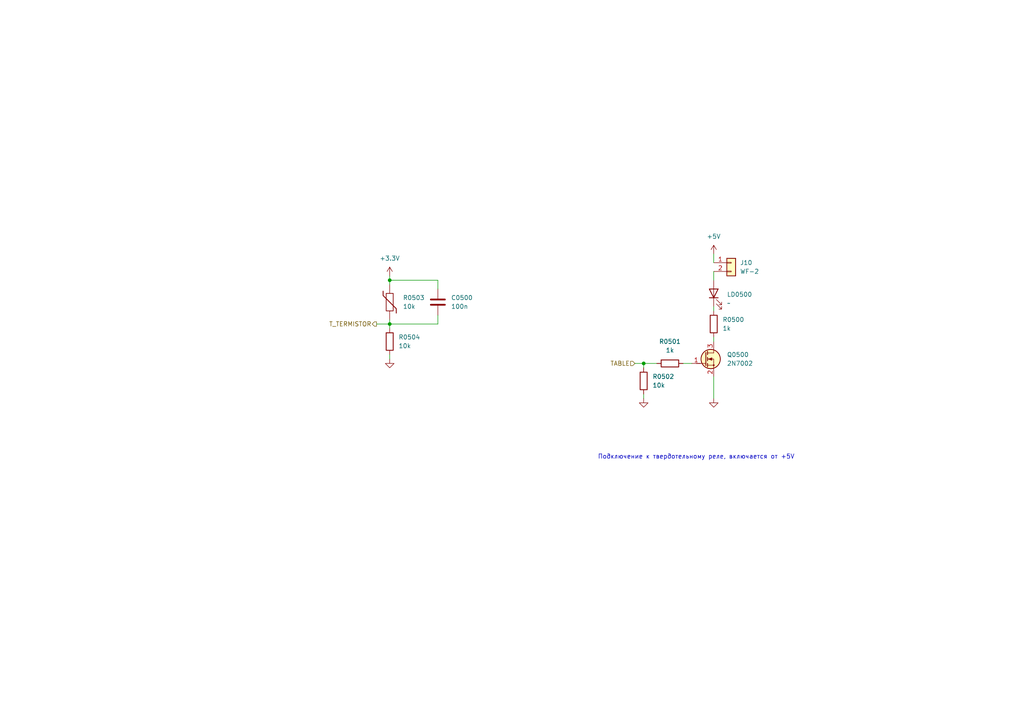
<source format=kicad_sch>
(kicad_sch (version 20250114) (generator "eeschema") (generator_version "9.0")
  (paper "A4")
  (title_block (date "2025-02-25") (company "Филимонов и К") (comment 1 "Термо стол") (comment 2 "Филимонов С.В.") (comment 3 "Семеренко Д.А.") (comment 4 "Тищенко Л.А."))
  (lib_symbols
    (symbol "Connector_Generic:Conn_01x02" (pin_names (offset 1.016) (hide yes))
      (property "Reference" "J" (at 0 2.54 0))
      (property "Value" "Conn_01x02" (at 0 -5.08 0))
      (symbol "Conn_01x02_1_1"
        (rectangle (start -1.27 1.27) (end 1.27 -3.81) (stroke (width 0.254)) (fill (type background)))
        (rectangle (start -1.27 0.127) (end 0 -0.127) (stroke (width 0.1524)))
        (rectangle (start -1.27 -2.413) (end 0 -2.667) (stroke (width 0.1524)))
        (pin passive line (at -5.08 0 0) (length 3.81) (name "Pin_1") (number "1"))
        (pin passive line (at -5.08 -2.54 0) (length 3.81) (name "Pin_2") (number "2"))
      )
    )
    (symbol "Device:C" (pin_numbers (hide yes)) (pin_names (offset 0.254))
      (property "Reference" "C" (at 0.635 2.54 0))
      (property "Value" "C" (at 0.635 -2.54 0))
      (symbol "C_0_1"
        (polyline (pts (xy -2.032 0.762) (xy 2.032 0.762)) (stroke (width 0.508)))
        (polyline (pts (xy -2.032 -0.762) (xy 2.032 -0.762)) (stroke (width 0.508)))
      )
      (symbol "C_1_1"
        (pin passive line (at 0 3.81 270) (length 2.794) (name "~") (number "1"))
        (pin passive line (at 0 -3.81 90) (length 2.794) (name "~") (number "2"))
      )
    )
    (symbol "Device:LED" (pin_numbers (hide yes)) (pin_names (offset 1.016) (hide yes))
      (property "Reference" "D" (at 0 2.54 0))
      (property "Value" "LED" (at 0 -2.54 0))
      (symbol "LED_0_1"
        (polyline (pts (xy -3.048 -0.762) (xy -4.572 -2.286) (xy -3.81 -2.286) (xy -4.572 -2.286) (xy -4.572 -1.524)))
        (polyline (pts (xy -1.778 -0.762) (xy -3.302 -2.286) (xy -2.54 -2.286) (xy -3.302 -2.286) (xy -3.302 -1.524)))
        (polyline (pts (xy -1.27 0) (xy 1.27 0)))
        (polyline (pts (xy -1.27 -1.27) (xy -1.27 1.27)) (stroke (width 0.254)))
        (polyline (pts (xy 1.27 -1.27) (xy 1.27 1.27) (xy -1.27 0) (xy 1.27 -1.27)) (stroke (width 0.254)))
      )
      (symbol "LED_1_1"
        (pin passive line (at -3.81 0 0) (length 2.54) (name "K") (number "1"))
        (pin passive line (at 3.81 0 180) (length 2.54) (name "A") (number "2"))
      )
    )
    (symbol "Device:R" (pin_numbers (hide yes)) (pin_names (offset 0))
      (property "Reference" "R" (at 2.032 0 90))
      (property "Value" "R" (at 0 0 90))
      (symbol "R_0_1"
        (rectangle (start -1.016 -2.54) (end 1.016 2.54) (stroke (width 0.254)))
      )
      (symbol "R_1_1"
        (pin passive line (at 0 3.81 270) (length 1.27) (name "~") (number "1"))
        (pin passive line (at 0 -3.81 90) (length 1.27) (name "~") (number "2"))
      )
    )
    (symbol "Device:Thermistor" (pin_numbers (hide yes)) (pin_names (offset 0))
      (property "Reference" "TH" (at 2.54 1.27 90))
      (property "Value" "Thermistor" (at -2.54 0 90))
      (symbol "Thermistor_0_1"
        (polyline (pts (xy -1.905 3.175) (xy -1.905 1.905) (xy 1.905 -1.905) (xy 1.905 -3.175) (xy 1.905 -3.175)) (stroke (width 0.254)))
        (rectangle (start -1.016 2.54) (end 1.016 -2.54) (stroke (width 0.2032)))
      )
      (symbol "Thermistor_1_1"
        (pin passive line (at 0 5.08 270) (length 2.54) (name "~") (number "1"))
        (pin passive line (at 0 -5.08 90) (length 2.54) (name "~") (number "2"))
      )
    )
    (symbol "PCM_Transistor_MOSFET_AKL:2N7002" (pin_names (hide yes))
      (property "Reference" "Q" (at 5.08 1.27 0))
      (property "Value" "2N7002" (at 5.08 -1.27 0))
      (symbol "2N7002_0_1"
        (polyline (pts (xy 0.254 1.905) (xy 0.254 -1.905)) (stroke (width 0.254)))
        (polyline (pts (xy 0.254 -1.27) (xy -2.54 -1.27)))
        (polyline (pts (xy 0.762 2.286) (xy 0.762 1.27)) (stroke (width 0.254)))
        (polyline (pts (xy 0.762 0.508) (xy 0.762 -0.508)) (stroke (width 0.254)))
        (polyline (pts (xy 0.762 -1.27) (xy 0.762 -2.286)) (stroke (width 0.254)))
        (polyline (pts (xy 0.762 -1.778) (xy 2.54 -1.778)))
        (polyline (pts (xy 1.016 0) (xy 2.032 0.381) (xy 2.032 -0.381) (xy 1.016 0)) (fill (type outline)))
        (circle (center 1.651 0) (radius 2.794) (stroke (width 0.254)) (fill (type background)))
        (polyline (pts (xy 2.54 2.54) (xy 2.54 1.778)))
        (polyline (pts (xy 2.54 1.778) (xy 0.762 1.778)))
        (circle (center 2.54 -1.778) (radius 0.1778) (fill (type outline)))
        (polyline (pts (xy 2.54 -2.54) (xy 2.54 0) (xy 0.762 0)))
      )
      (symbol "2N7002_1_1"
        (pin input line (at -3.81 -1.27 0) (length 2.54) (name "G") (number "1"))
        (pin passive line (at 2.54 5.08 270) (length 2.54) (name "D") (number "3"))
        (pin passive line (at 2.54 -5.08 90) (length 2.54) (name "S") (number "2"))
      )
    )
    (symbol "power:+3.3V" (power) (pin_numbers (hide yes)) (pin_names (offset 0) (hide yes))
      (property "Value" "+3.3V" (at 0 3.556 0))
      (symbol "+3.3V_0_1"
        (polyline (pts (xy -0.762 1.27) (xy 0 2.54)))
        (polyline (pts (xy 0 2.54) (xy 0.762 1.27)))
        (polyline (pts (xy 0 0) (xy 0 2.54)))
      )
      (symbol "+3.3V_1_1"
        (pin power_in line (at 0 0 90) (length 0) (name "~") (number "1"))
      )
    )
    (symbol "power:+5V" (power) (pin_numbers (hide yes)) (pin_names (offset 0) (hide yes))
      (property "Value" "+5V" (at 0 3.556 0))
      (symbol "+5V_0_1"
        (polyline (pts (xy -0.762 1.27) (xy 0 2.54)))
        (polyline (pts (xy 0 2.54) (xy 0.762 1.27)))
        (polyline (pts (xy 0 0) (xy 0 2.54)))
      )
      (symbol "+5V_1_1"
        (pin power_in line (at 0 0 90) (length 0) (name "~") (number "1"))
      )
    )
    (symbol "power:GND" (power) (pin_numbers (hide yes)) (pin_names (offset 0) (hide yes))
      (property "Value" "GND" (at 0 -3.81 0))
      (symbol "GND_0_1"
        (polyline (pts (xy 0 0) (xy 0 -1.27) (xy 1.27 -1.27) (xy 0 -2.54) (xy -1.27 -1.27) (xy 0 -1.27)))
      )
      (symbol "GND_1_1"
        (pin power_in line (at 0 0 270) (length 0) (name "~") (number "1"))
      )
    )
  )
  (text "Подключение к твердотельному реле, включается от +5V" (at 201.93 132.588 0) (effects (font (size 1.27 1.27))))
  (junction (at 186.69 105.41))
  (junction (at 113.03 81.28))
  (junction (at 113.03 93.98))
  (wire (pts (xy 113.03 81.28) (xy 127 81.28)))
  (wire (pts (xy 113.03 81.28) (xy 113.03 82.55)))
  (wire (pts (xy 207.01 88.9) (xy 207.01 90.17)))
  (wire (pts (xy 109.22 93.98) (xy 113.03 93.98)))
  (wire (pts (xy 113.03 93.98) (xy 113.03 95.25)))
  (wire (pts (xy 198.12 105.41) (xy 200.66 105.41)))
  (wire (pts (xy 186.69 105.41) (xy 186.69 106.68)))
  (wire (pts (xy 186.69 114.3) (xy 186.69 115.57)))
  (wire (pts (xy 127 83.82) (xy 127 81.28)))
  (wire (pts (xy 127 91.44) (xy 127 93.98)))
  (wire (pts (xy 207.01 97.79) (xy 207.01 99.06)))
  (wire (pts (xy 207.01 109.22) (xy 207.01 115.57)))
  (wire (pts (xy 113.03 102.87) (xy 113.03 104.14)))
  (wire (pts (xy 207.01 73.66) (xy 207.01 76.2)))
  (wire (pts (xy 184.15 105.41) (xy 186.69 105.41)))
  (wire (pts (xy 127 93.98) (xy 113.03 93.98)))
  (wire (pts (xy 190.5 105.41) (xy 186.69 105.41)))
  (wire (pts (xy 113.03 80.01) (xy 113.03 81.28)))
  (wire (pts (xy 207.01 78.74) (xy 207.01 81.28)))
  (wire (pts (xy 113.03 92.71) (xy 113.03 93.98)))
  (hierarchical_label "T_TERMISTOR" (shape output) (at 109.22 93.98 180))
  (hierarchical_label "TABLE" (shape input) (at 184.15 105.41 180))
  (symbol (lib_id "Device:R") (at 186.69 110.49 180) (unit 1)
    (property "Reference" "R0502" (at 189.23 109.2199 0) (effects (justify right)))
    (property "Value" "10k" (at 189.23 111.7599 0) (effects (justify right)))
    (property "Footprint" "Resistor_SMD:R_0805_2012Metric" (effects (hide yes)))
    (property "Description" "Resistor" (effects (hide yes)))
  )
  (symbol (lib_id "power:+3.3V") (at 113.03 80.01 0) (unit 1)
    (property "Reference" "#PWR0110" (effects (hide yes)))
    (property "Value" "+3.3V" (at 113.03 74.93 0))
    (property "Description" "Power symbol creates a global label with name \"+3.3V\"" (effects (hide yes)))
  )
  (symbol (lib_id "PCM_Transistor_MOSFET_AKL:2N7002") (at 204.47 104.14 0) (unit 1)
    (property "Reference" "Q0500" (at 210.82 102.8699 0) (effects (justify left)))
    (property "Value" "2N7002" (at 210.82 105.4099 0) (effects (justify left)))
    (property "Footprint" "PCM_4ms_Package_SOT:SOT-23" (effects (hide yes)))
    (property "Datasheet" "https://www.tme.eu/Document/7df5cae36abdfcedddb681f5be886f05/2N7000.pdf" (effects (hide yes)))
    (property "Description" "SOT-23 N-MOSFET enchancement mode transistor, 60V, 115mA, 200mW, Alternate KiCAD Library" (effects (hide yes)))
  )
  (symbol (lib_id "power:GND") (at 207.01 115.57 0) (unit 1)
    (property "Reference" "#PWR0113" (effects (hide yes)))
    (property "Value" "GND" (effects (hide yes)))
    (property "Description" "Power symbol creates a global label with name \"GND\" , ground" (effects (hide yes)))
  )
  (symbol (lib_id "power:+5V") (at 207.01 73.66 0) (unit 1)
    (property "Reference" "#PWR0112" (effects (hide yes)))
    (property "Value" "+5V" (at 207.01 68.58 0))
    (property "Description" "Power symbol creates a global label with name \"+5V\"" (effects (hide yes)))
  )
  (symbol (lib_id "power:GND") (at 113.03 104.14 0) (unit 1)
    (property "Reference" "#PWR0111" (effects (hide yes)))
    (property "Value" "GND" (effects (hide yes)))
    (property "Description" "Power symbol creates a global label with name \"GND\" , ground" (effects (hide yes)))
  )
  (symbol (lib_id "Connector_Generic:Conn_01x02") (at 212.09 76.2 0) (unit 1)
    (property "Reference" "J10" (at 214.63 76.1999 0) (effects (justify left)))
    (property "Value" "WF-2" (at 214.63 78.7399 0) (effects (justify left)))
    (property "Footprint" "Library:WF-2" (effects (hide yes)))
    (property "Datasheet" "https://www.chipdip.ru/product/wf-2" (effects (hide yes)))
    (property "Description" "Generic connector, single row, 01x02, script generated (kicad-library-utils/schlib/autogen/connector/)" (effects (hide yes)))
  )
  (symbol (lib_id "Device:R") (at 194.31 105.41 90) (unit 1)
    (property "Reference" "R0501" (at 194.31 99.06 90))
    (property "Value" "1k" (at 194.31 101.6 90))
    (property "Footprint" "Resistor_SMD:R_0805_2012Metric" (effects (hide yes)))
    (property "Description" "Resistor" (effects (hide yes)))
  )
  (symbol (lib_id "power:GND") (at 186.69 115.57 0) (unit 1)
    (property "Reference" "#PWR0109" (effects (hide yes)))
    (property "Value" "GND" (effects (hide yes)))
    (property "Description" "Power symbol creates a global label with name \"GND\" , ground" (effects (hide yes)))
  )
  (symbol (lib_id "Device:R") (at 113.03 99.06 0) (unit 1)
    (property "Reference" "R0504" (at 115.57 97.7899 0) (effects (justify left)))
    (property "Value" "10k" (at 115.57 100.3299 0) (effects (justify left)))
    (property "Footprint" "Resistor_SMD:R_0805_2012Metric" (effects (hide yes)))
    (property "Description" "Resistor" (effects (hide yes)))
  )
  (symbol (lib_id "Device:LED") (at 207.01 85.09 90) (unit 1)
    (property "Reference" "LD0500" (at 210.82 85.4074 90) (effects (justify right)))
    (property "Value" "~" (at 210.82 87.9474 90) (effects (justify right)))
    (property "Footprint" "LED_SMD:LED_0805_2012Metric" (effects (hide yes)))
    (property "Description" "Light emitting diode" (effects (hide yes)))
  )
  (symbol (lib_id "Device:Thermistor") (at 113.03 87.63 0) (unit 1)
    (property "Reference" "R0503" (at 116.84 86.3599 0) (effects (justify left)))
    (property "Value" "10k" (at 116.84 88.8999 0) (effects (justify left)))
    (property "Footprint" "Connector_JST:JST_PH_B2B-PH-K_1x02_P2.00mm_Vertical" (effects (hide yes)))
    (property "Description" "Temperature dependent resistor" (effects (hide yes)))
  )
  (symbol (lib_id "Device:C") (at 127 87.63 0) (unit 1)
    (property "Reference" "C0500" (at 130.81 86.3599 0) (effects (justify left)))
    (property "Value" "100n" (at 130.81 88.8999 0) (effects (justify left)))
    (property "Footprint" "Capacitor_SMD:C_0805_2012Metric" (effects (hide yes)))
    (property "Description" "Unpolarized capacitor" (effects (hide yes)))
  )
  (symbol (lib_id "Device:R") (at 207.01 93.98 0) (unit 1)
    (property "Reference" "R0500" (at 209.55 92.7099 0) (effects (justify left)))
    (property "Value" "1k" (at 209.55 95.2499 0) (effects (justify left)))
    (property "Footprint" "Resistor_SMD:R_0805_2012Metric" (effects (hide yes)))
    (property "Description" "Resistor" (effects (hide yes)))
  )
)
</source>
